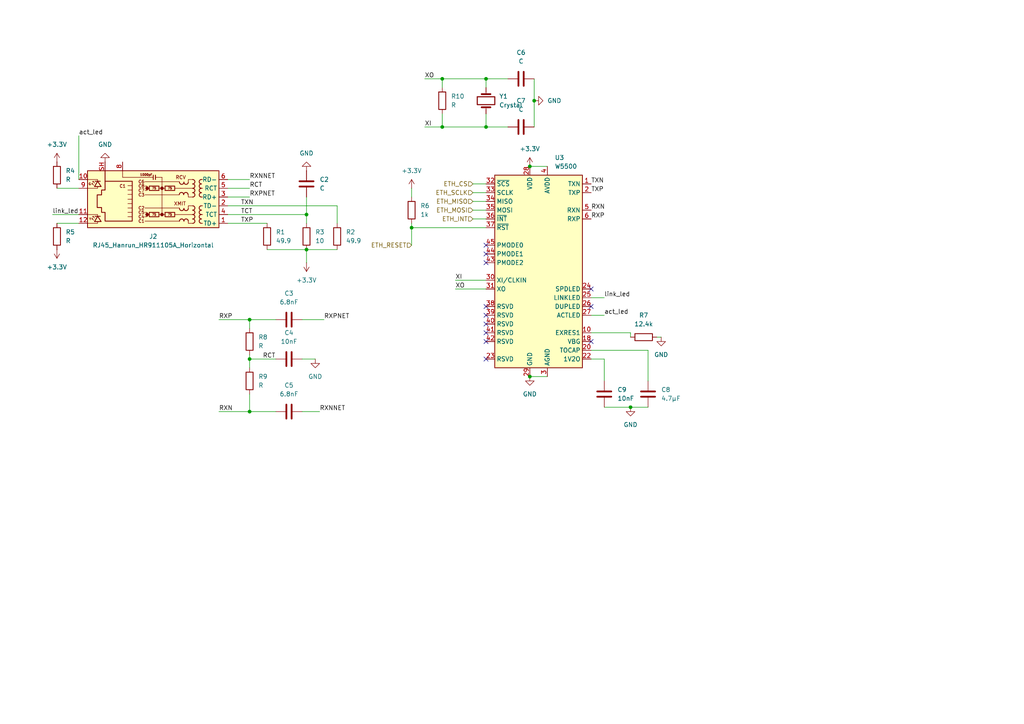
<source format=kicad_sch>
(kicad_sch (version 20250114) (generator "eeschema") (generator_version "9.0")
  (paper "A4")
  (lib_symbols
    (symbol "Connector:RJ45_Hanrun_HR911105A_Horizontal"
      (property "Reference" "J" (at 18.415 10.16 0))
      (property "Value" "RJ45_Hanrun_HR911105A_Horizontal" (at -19.05 10.16 0))
      (symbol "RJ45_Hanrun_HR911105A_Horizontal_0_0"
        (circle (center -1.27 5.08) (radius 0.0001) (stroke (width 0.508)))
        (polyline (pts (xy -1.27 5.08) (xy -1.27 -5.715)))
        (circle (center -1.27 -2.54) (radius 0.0001) (stroke (width 0.508)))
        (polyline (pts (xy 0.635 -5.08) (xy 0.635 -6.35)) (stroke (width 0.254)))
        (polyline (pts (xy 1.27 -5.08) (xy 1.27 -6.35)) (stroke (width 0.254)))
        (polyline (pts (xy 3.048 5.08) (xy 2.54 5.08)))
        (circle (center 3.048 5.08) (radius 0.0001) (stroke (width 0.508)))
        (polyline (pts (xy 3.048 -2.54) (xy 2.54 -2.54)))
        (circle (center 3.048 -2.54) (radius 0.0001) (stroke (width 0.508)))
        (polyline (pts (xy 3.683 5.715) (xy 3.048 5.715) (xy 3.048 4.445) (xy 3.683 4.445)))
        (polyline (pts (xy 3.683 -1.905) (xy 3.048 -1.905) (xy 3.048 -3.175) (xy 3.683 -3.175)))
        (polyline (pts (xy 17.399 7.112) (xy 17.399 7.62) (xy 20.32 7.62)))
        (polyline (pts (xy 17.399 -3.048) (xy 17.399 -2.54) (xy 20.32 -2.54)))
        (polyline (pts (xy 20.32 5.08) (xy 17.399 5.08) (xy 17.399 5.588)))
        (polyline (pts (xy 20.32 -5.08) (xy 17.399 -5.08) (xy 17.399 -4.572)))
        (text "XMIT" (at -8.255 1.905 0) (effects (font (size 1.016 1.016)) (justify left)))
        (text "RCV" (at -8.255 -5.715 0) (effects (font (size 1.016 1.016)) (justify left)))
        (text "C1" (at 4.699 6.985 0) (effects (font (size 0.889 0.889))))
        (text "C4" (at 4.699 5.715 0) (effects (font (size 0.889 0.889))))
        (text "C5" (at 4.699 4.445 0) (effects (font (size 0.889 0.889))))
        (text "C2" (at 4.699 3.175 0) (effects (font (size 0.889 0.889))))
        (text "C3" (at 4.699 -0.635 0) (effects (font (size 0.889 0.889))))
        (text "C7" (at 4.699 -1.905 0) (effects (font (size 0.889 0.889))))
        (text "C8" (at 4.699 -3.175 0) (effects (font (size 0.889 0.889))))
        (text "C6" (at 4.699 -4.445 0) (effects (font (size 0.889 0.889))))
        (text "C1" (at 10.16 -3.175 0) (effects (font (size 0.889 0.889))))
      )
      (symbol "RJ45_Hanrun_HR911105A_Horizontal_0_1"
        (rectangle (start -17.78 8.89) (end 20.32 -7.62) (stroke (width 0.254)) (fill (type background)))
        (polyline (pts (xy -12.7 7.62) (xy -13.081 7.62)))
        (polyline (pts (xy -12.7 5.08) (xy -13.081 5.08)))
        (polyline (pts (xy -12.7 2.54) (xy -13.081 2.54)))
        (polyline (pts (xy -12.7 0) (xy -13.081 0)))
        (polyline (pts (xy -12.7 -2.54) (xy -13.081 -2.54)))
        (polyline (pts (xy -12.7 -5.08) (xy -13.081 -5.08)))
        (polyline (pts (xy -10.16 7.62) (xy -8.89 7.62) (xy -8.89 6.985)))
        (polyline (pts (xy -10.16 0) (xy -8.89 0) (xy -8.89 -0.635)))
        (polyline (pts (xy -8.89 3.175) (xy -8.89 2.54) (xy -10.16 2.54)))
        (polyline (pts (xy -8.89 -4.445) (xy -8.89 -5.08) (xy -10.16 -5.08)))
        (polyline (pts (xy -6.35 6.985) (xy 3.683 6.985)))
        (polyline (pts (xy -6.35 3.175) (xy 3.683 3.175)))
        (polyline (pts (xy -6.35 -4.445) (xy 3.683 -4.445)))
        (polyline (pts (xy -6.223 -0.635) (xy 3.683 -0.635)))
        (polyline (pts (xy -5.08 -2.54) (xy -10.16 -2.54)))
        (polyline (pts (xy -4.953 5.08) (xy -10.16 5.08)))
        (polyline (pts (xy -2.159 5.08) (xy -0.381 5.08)))
        (polyline (pts (xy -2.159 -2.54) (xy -0.381 -2.54)))
        (polyline (pts (xy 0.635 -5.715) (xy -1.27 -5.715)))
        (polyline (pts (xy 7.366 3.175) (xy 8.636 3.175)))
        (polyline (pts (xy 7.366 1.905) (xy 8.636 1.905)))
        (polyline (pts (xy 7.366 0.635) (xy 8.636 0.635)))
        (polyline (pts (xy 7.366 -0.762) (xy 8.636 -0.762)))
        (polyline (pts (xy 7.366 -2.032) (xy 8.636 -2.032)))
        (polyline (pts (xy 8.636 5.715) (xy 7.366 5.715)))
        (polyline (pts (xy 8.636 4.445) (xy 7.366 4.445)))
        (polyline (pts (xy 8.636 -3.302) (xy 7.366 -3.302)))
        (polyline (pts (xy 10.16 -5.715) (xy 1.27 -5.715)))
        (polyline (pts (xy 10.16 -5.715) (xy 10.16 -7.62)))
      )
      (symbol "RJ45_Hanrun_HR911105A_Horizontal_1_0"
        (text "1000pF" (at 3.302 -6.477 0) (effects (font (size 0.635 0.635))))
      )
      (symbol "RJ45_Hanrun_HR911105A_Horizontal_1_1"
        (arc (start -12.7 0) (mid -12.0677 -0.635) (end -12.7 -1.27) (stroke (width 0.254)))
        (arc (start -12.6973 7.62) (mid -12.065 6.985) (end -12.6973 6.35) (stroke (width 0.254)))
        (arc (start -12.6973 -1.27) (mid -12.065 -1.905) (end -12.6973 -2.54) (stroke (width 0.254)))
        (arc (start -12.6973 -2.54) (mid -12.065 -3.175) (end -12.6973 -3.81) (stroke (width 0.254)))
        (arc (start -12.6973 -3.81) (mid -12.065 -4.445) (end -12.6973 -5.08) (stroke (width 0.254)))
        (arc (start -12.6946 6.35) (mid -12.0623 5.715) (end -12.6946 5.08) (stroke (width 0.254)))
        (arc (start -12.6946 5.08) (mid -12.0623 4.445) (end -12.6946 3.81) (stroke (width 0.254)))
        (arc (start -12.6946 3.81) (mid -12.0623 3.175) (end -12.6946 2.54) (stroke (width 0.254)))
        (arc (start -10.1654 6.35) (mid -10.7977 6.985) (end -10.1654 7.62) (stroke (width 0.254)))
        (arc (start -10.1654 5.08) (mid -10.7977 5.715) (end -10.1654 6.35) (stroke (width 0.254)))
        (arc (start -10.1654 3.81) (mid -10.7977 4.445) (end -10.1654 5.08) (stroke (width 0.254)))
        (arc (start -10.1654 -1.27) (mid -10.7977 -0.635) (end -10.1654 0) (stroke (width 0.254)))
        (arc (start -10.1654 -2.54) (mid -10.7977 -1.905) (end -10.1654 -1.27) (stroke (width 0.254)))
        (arc (start -10.1654 -3.81) (mid -10.7977 -3.175) (end -10.1654 -2.54) (stroke (width 0.254)))
        (arc (start -10.1627 2.54) (mid -10.795 3.175) (end -10.1627 3.81) (stroke (width 0.254)))
        (arc (start -10.1627 -5.08) (mid -10.795 -4.445) (end -10.1627 -3.81) (stroke (width 0.254)))
        (arc (start -7.62 6.9823) (mid -8.255 6.35) (end -8.89 6.9823) (stroke (width 0.254)))
        (arc (start -8.89 3.3047) (mid -8.255 3.937) (end -7.62 3.3047) (stroke (width 0.254)))
        (arc (start -8.89 -4.3153) (mid -8.255 -3.683) (end -7.62 -4.3153) (stroke (width 0.254)))
        (arc (start -7.5565 -0.7012) (mid -8.1915 -1.3335) (end -8.8265 -0.7012) (stroke (width 0.254)))
        (arc (start -6.35 6.985) (mid -6.985 6.3527) (end -7.62 6.985) (stroke (width 0.254)))
        (arc (start -7.62 3.3074) (mid -6.985 3.9397) (end -6.35 3.3074) (stroke (width 0.254)))
        (arc (start -7.62 -4.3126) (mid -6.985 -3.6803) (end -6.35 -4.3126) (stroke (width 0.254)))
        (arc (start -6.2865 -0.6985) (mid -6.9215 -1.3308) (end -7.5565 -0.6985) (stroke (width 0.254)))
        (rectangle (start -4.953 5.715) (end -2.159 4.445) (stroke (width 0.254)))
        (rectangle (start -4.953 -1.905) (end -2.159 -3.175) (stroke (width 0.254)))
        (rectangle (start -0.381 5.715) (end 2.413 4.445) (stroke (width 0.254)))
        (rectangle (start -0.381 -1.905) (end 2.413 -3.175) (stroke (width 0.254)))
        (polyline (pts (xy 7.366 -4.572) (xy 7.366 6.985) (xy 15.24 6.985) (xy 15.24 4.445) (xy 16.256 4.445) (xy 16.256 3.048) (xy 17.526 3.048) (xy 17.526 -0.635) (xy 16.256 -0.635) (xy 16.256 -2.032) (xy 15.24 -2.032) (xy 15.24 -4.572) (xy 7.366 -4.572)) (stroke (width 0.254)))
        (polyline (pts (xy 15.24 -7.62) (xy 15.24 -4.572)) (stroke (width 0.254)))
        (polyline (pts (xy 18.161 5.588) (xy 16.637 5.588)) (stroke (width 0.254)))
        (polyline (pts (xy 18.161 -4.572) (xy 16.637 -4.572)) (stroke (width 0.254)))
        (polyline (pts (xy 18.288 7.112) (xy 16.383 7.112) (xy 17.399 5.588) (xy 18.288 7.112)) (stroke (width 0.254)))
        (polyline (pts (xy 18.288 6.096) (xy 18.796 5.588) (xy 18.542 5.588)))
        (polyline (pts (xy 18.288 -3.048) (xy 16.383 -3.048) (xy 17.399 -4.572) (xy 18.288 -3.048)) (stroke (width 0.254)))
        (polyline (pts (xy 18.288 -4.064) (xy 18.796 -4.572) (xy 18.542 -4.572)))
        (polyline (pts (xy 18.542 6.731) (xy 19.05 6.223) (xy 18.796 6.223)))
        (polyline (pts (xy 18.542 -3.429) (xy 19.05 -3.937) (xy 18.796 -3.937)))
        (polyline (pts (xy 18.796 5.588) (xy 18.796 5.842)))
        (polyline (pts (xy 18.796 -4.572) (xy 18.796 -4.318)))
        (polyline (pts (xy 19.05 6.223) (xy 19.05 6.477)))
        (polyline (pts (xy 19.05 -3.937) (xy 19.05 -3.683)))
        (text "75" (at -3.556 5.08 0) (effects (font (size 0.635 0.635))))
        (text "75" (at -3.556 -2.54 0) (effects (font (size 0.635 0.635))))
        (text "75" (at 1.016 5.08 0) (effects (font (size 0.635 0.635))))
        (text "75" (at 1.016 -2.54 0) (effects (font (size 0.635 0.635))))
        (text "Y" (at 19.558 6.35 0) (effects (font (size 0.635 0.635))))
        (text "G" (at 19.685 -3.81 0) (effects (font (size 0.635 0.635))))
        (pin passive line (at -20.32 7.62 0) (length 2.54) (name "TD+") (number "1"))
        (pin passive line (at -20.32 5.08 0) (length 2.54) (name "TCT") (number "4"))
        (pin passive line (at -20.32 2.54 0) (length 2.54) (name "TD-") (number "2"))
        (pin passive line (at -20.32 0 0) (length 2.54) (name "RD+") (number "3"))
        (pin passive line (at -20.32 -2.54 0) (length 2.54) (name "RCT") (number "5"))
        (pin passive line (at -20.32 -5.08 0) (length 2.54) (name "RD-") (number "6"))
        (pin power_in line (at 10.16 -10.16 90) (length 2.54) (name "") (number "8"))
        (pin passive line (at 15.24 -10.16 90) (length 2.54) (name "") (number "SH"))
        (pin no_connect line (at 20.32 0 0) (length 0) (hide yes) (name "NC") (number "7"))
        (pin passive line (at 22.86 7.62 180) (length 2.54) (name "") (number "12"))
        (pin passive line (at 22.86 5.08 180) (length 2.54) (name "") (number "11"))
        (pin passive line (at 22.86 -2.54 180) (length 2.54) (name "") (number "9"))
        (pin passive line (at 22.86 -5.08 180) (length 2.54) (name "") (number "10"))
      )
    )
    (symbol "Device:C" (pin_numbers (hide yes)) (pin_names (offset 0.254))
      (property "Reference" "C" (at 0.635 2.54 0))
      (property "Value" "C" (at 0.635 -2.54 0))
      (symbol "C_0_1"
        (polyline (pts (xy -2.032 0.762) (xy 2.032 0.762)) (stroke (width 0.508)))
        (polyline (pts (xy -2.032 -0.762) (xy 2.032 -0.762)) (stroke (width 0.508)))
      )
      (symbol "C_1_1"
        (pin passive line (at 0 3.81 270) (length 2.794) (name "~") (number "1"))
        (pin passive line (at 0 -3.81 90) (length 2.794) (name "~") (number "2"))
      )
    )
    (symbol "Device:Crystal" (pin_numbers (hide yes)) (pin_names (offset 1.016) (hide yes))
      (property "Reference" "Y" (at 0 3.81 0))
      (property "Value" "Crystal" (at 0 -3.81 0))
      (symbol "Crystal_0_1"
        (polyline (pts (xy -2.54 0) (xy -1.905 0)))
        (polyline (pts (xy -1.905 -1.27) (xy -1.905 1.27)) (stroke (width 0.508)))
        (rectangle (start -1.143 2.54) (end 1.143 -2.54) (stroke (width 0.3048)))
        (polyline (pts (xy 1.905 -1.27) (xy 1.905 1.27)) (stroke (width 0.508)))
        (polyline (pts (xy 2.54 0) (xy 1.905 0)))
      )
      (symbol "Crystal_1_1"
        (pin passive line (at -3.81 0 0) (length 1.27) (name "1") (number "1"))
        (pin passive line (at 3.81 0 180) (length 1.27) (name "2") (number "2"))
      )
    )
    (symbol "Device:R" (pin_numbers (hide yes)) (pin_names (offset 0))
      (property "Reference" "R" (at 2.032 0 90))
      (property "Value" "R" (at 0 0 90))
      (symbol "R_0_1"
        (rectangle (start -1.016 -2.54) (end 1.016 2.54) (stroke (width 0.254)))
      )
      (symbol "R_1_1"
        (pin passive line (at 0 3.81 270) (length 1.27) (name "~") (number "1"))
        (pin passive line (at 0 -3.81 90) (length 1.27) (name "~") (number "2"))
      )
    )
    (symbol "Interface_Ethernet:W5500"
      (property "Reference" "U" (at -11.43 29.21 0))
      (property "Value" "W5500" (at 8.89 29.21 0))
      (symbol "W5500_0_1"
        (rectangle (start -12.7 27.94) (end 12.7 -27.94) (stroke (width 0.254)) (fill (type background)))
      )
      (symbol "W5500_1_1"
        (pin input line (at -15.24 25.4 0) (length 2.54) (name "~{SCS}") (number "32"))
        (pin input line (at -15.24 22.86 0) (length 2.54) (name "SCLK") (number "33"))
        (pin output line (at -15.24 20.32 0) (length 2.54) (name "MISO") (number "34"))
        (pin input line (at -15.24 17.78 0) (length 2.54) (name "MOSI") (number "35"))
        (pin input line (at -15.24 15.24 0) (length 2.54) (name "~{INT}") (number "36"))
        (pin input line (at -15.24 12.7 0) (length 2.54) (name "~{RST}") (number "37"))
        (pin input line (at -15.24 7.62 0) (length 2.54) (name "PMODE0") (number "45"))
        (pin input line (at -15.24 5.08 0) (length 2.54) (name "PMODE1") (number "44"))
        (pin input line (at -15.24 2.54 0) (length 2.54) (name "PMODE2") (number "43"))
        (pin input line (at -15.24 -2.54 0) (length 2.54) (name "XI/CLKIN") (number "30"))
        (pin output line (at -15.24 -5.08 0) (length 2.54) (name "XO") (number "31"))
        (pin input line (at -15.24 -10.16 0) (length 2.54) (name "RSVD") (number "38"))
        (pin input line (at -15.24 -12.7 0) (length 2.54) (name "RSVD") (number "39"))
        (pin input line (at -15.24 -15.24 0) (length 2.54) (name "RSVD") (number "40"))
        (pin input line (at -15.24 -17.78 0) (length 2.54) (name "RSVD") (number "41"))
        (pin input line (at -15.24 -20.32 0) (length 2.54) (name "RSVD") (number "42"))
        (pin input line (at -15.24 -25.4 0) (length 2.54) (name "RSVD") (number "23"))
        (pin power_in line (at -2.54 30.48 270) (length 2.54) (name "VDD") (number "28"))
        (pin power_in line (at -2.54 -30.48 90) (length 2.54) (name "GND") (number "29"))
        (pin passive line (at 2.54 30.48 270) (length 2.54) (hide yes) (name "AVDD") (number "11"))
        (pin passive line (at 2.54 30.48 270) (length 2.54) (hide yes) (name "AVDD") (number "15"))
        (pin passive line (at 2.54 30.48 270) (length 2.54) (hide yes) (name "AVDD") (number "17"))
        (pin passive line (at 2.54 30.48 270) (length 2.54) (hide yes) (name "AVDD") (number "21"))
        (pin power_in line (at 2.54 30.48 270) (length 2.54) (name "AVDD") (number "4"))
        (pin passive line (at 2.54 30.48 270) (length 2.54) (hide yes) (name "AVDD") (number "8"))
        (pin passive line (at 2.54 -30.48 90) (length 2.54) (hide yes) (name "AGND") (number "14"))
        (pin passive line (at 2.54 -30.48 90) (length 2.54) (hide yes) (name "AGND") (number "16"))
        (pin passive line (at 2.54 -30.48 90) (length 2.54) (hide yes) (name "AGND") (number "19"))
        (pin power_in line (at 2.54 -30.48 90) (length 2.54) (name "AGND") (number "3"))
        (pin passive line (at 2.54 -30.48 90) (length 2.54) (hide yes) (name "AGND") (number "48"))
        (pin passive line (at 2.54 -30.48 90) (length 2.54) (hide yes) (name "AGND") (number "9"))
        (pin no_connect line (at 12.7 10.16 180) (length 2.54) (hide yes) (name "DNC") (number "7"))
        (pin no_connect line (at 12.7 7.62 180) (length 2.54) (hide yes) (name "NC") (number "12"))
        (pin no_connect line (at 12.7 5.08 180) (length 2.54) (hide yes) (name "NC") (number "13"))
        (pin no_connect line (at 12.7 2.54 180) (length 2.54) (hide yes) (name "NC") (number "46"))
        (pin no_connect line (at 12.7 0 180) (length 2.54) (hide yes) (name "NC") (number "47"))
        (pin output line (at 15.24 25.4 180) (length 2.54) (name "TXN") (number "1"))
        (pin output line (at 15.24 22.86 180) (length 2.54) (name "TXP") (number "2"))
        (pin input line (at 15.24 17.78 180) (length 2.54) (name "RXN") (number "5"))
        (pin input line (at 15.24 15.24 180) (length 2.54) (name "RXP") (number "6"))
        (pin output line (at 15.24 -5.08 180) (length 2.54) (name "SPDLED") (number "24"))
        (pin output line (at 15.24 -7.62 180) (length 2.54) (name "LINKLED") (number "25"))
        (pin output line (at 15.24 -10.16 180) (length 2.54) (name "DUPLED") (number "26"))
        (pin output line (at 15.24 -12.7 180) (length 2.54) (name "ACTLED") (number "27"))
        (pin passive line (at 15.24 -17.78 180) (length 2.54) (name "EXRES1") (number "10"))
        (pin passive line (at 15.24 -20.32 180) (length 2.54) (name "VBG") (number "18"))
        (pin passive line (at 15.24 -22.86 180) (length 2.54) (name "TOCAP") (number "20"))
        (pin output line (at 15.24 -25.4 180) (length 2.54) (name "1V2O") (number "22"))
      )
    )
    (symbol "power:+3.3V" (power) (pin_numbers (hide yes)) (pin_names (offset 0) (hide yes))
      (property "Value" "+3.3V" (at 0 3.556 0))
      (symbol "+3.3V_0_1"
        (polyline (pts (xy -0.762 1.27) (xy 0 2.54)))
        (polyline (pts (xy 0 2.54) (xy 0.762 1.27)))
        (polyline (pts (xy 0 0) (xy 0 2.54)))
      )
      (symbol "+3.3V_1_1"
        (pin power_in line (at 0 0 90) (length 0) (name "~") (number "1"))
      )
    )
    (symbol "power:GND" (power) (pin_numbers (hide yes)) (pin_names (offset 0) (hide yes))
      (property "Value" "GND" (at 0 -3.81 0))
      (symbol "GND_0_1"
        (polyline (pts (xy 0 0) (xy 0 -1.27) (xy 1.27 -1.27) (xy 0 -2.54) (xy -1.27 -1.27) (xy 0 -1.27)))
      )
      (symbol "GND_1_1"
        (pin power_in line (at 0 0 270) (length 0) (name "~") (number "1"))
      )
    )
  )
  (junction (at 182.88 118.11))
  (junction (at 88.9 72.39))
  (junction (at 119.38 66.04))
  (junction (at 140.97 22.86))
  (junction (at 88.9 62.23))
  (junction (at 154.94 29.21))
  (junction (at 140.97 36.83))
  (junction (at 153.67 109.22))
  (junction (at 72.39 104.14))
  (junction (at 153.67 48.26))
  (junction (at 128.27 22.86))
  (junction (at 128.27 36.83))
  (junction (at 72.39 92.71))
  (junction (at 72.39 119.38))
  (no_connect (at 140.97 104.14))
  (no_connect (at 140.97 73.66))
  (no_connect (at 140.97 96.52))
  (no_connect (at 140.97 91.44))
  (no_connect (at 140.97 93.98))
  (no_connect (at 140.97 71.12))
  (no_connect (at 140.97 88.9))
  (no_connect (at 171.45 83.82))
  (no_connect (at 171.45 99.06))
  (no_connect (at 140.97 99.06))
  (no_connect (at 171.45 88.9))
  (no_connect (at 140.97 76.2))
  (wire (pts (xy 80.01 104.14) (xy 72.39 104.14)))
  (wire (pts (xy 191.77 97.79) (xy 190.5 97.79)))
  (wire (pts (xy 119.38 54.61) (xy 119.38 57.15)))
  (wire (pts (xy 187.96 101.6) (xy 187.96 110.49)))
  (wire (pts (xy 175.26 104.14) (xy 175.26 110.49)))
  (wire (pts (xy 119.38 66.04) (xy 140.97 66.04)))
  (wire (pts (xy 72.39 102.87) (xy 72.39 104.14)))
  (wire (pts (xy 147.32 36.83) (xy 140.97 36.83)))
  (wire (pts (xy 119.38 71.12) (xy 119.38 66.04)))
  (wire (pts (xy 66.04 64.77) (xy 77.47 64.77)))
  (wire (pts (xy 63.5 92.71) (xy 72.39 92.71)))
  (wire (pts (xy 72.39 95.25) (xy 72.39 92.71)))
  (wire (pts (xy 182.88 96.52) (xy 171.45 96.52)))
  (wire (pts (xy 175.26 86.36) (xy 171.45 86.36)))
  (wire (pts (xy 66.04 54.61) (xy 72.39 54.61)))
  (wire (pts (xy 88.9 62.23) (xy 88.9 64.77)))
  (wire (pts (xy 88.9 72.39) (xy 97.79 72.39)))
  (wire (pts (xy 153.67 48.26) (xy 158.75 48.26)))
  (wire (pts (xy 97.79 59.69) (xy 97.79 64.77)))
  (wire (pts (xy 140.97 22.86) (xy 147.32 22.86)))
  (wire (pts (xy 87.63 92.71) (xy 93.98 92.71)))
  (wire (pts (xy 128.27 33.02) (xy 128.27 36.83)))
  (wire (pts (xy 72.39 92.71) (xy 80.01 92.71)))
  (wire (pts (xy 132.08 81.28) (xy 140.97 81.28)))
  (wire (pts (xy 137.16 63.5) (xy 140.97 63.5)))
  (wire (pts (xy 88.9 57.15) (xy 88.9 62.23)))
  (wire (pts (xy 137.16 58.42) (xy 140.97 58.42)))
  (wire (pts (xy 119.38 66.04) (xy 119.38 64.77)))
  (wire (pts (xy 123.19 22.86) (xy 128.27 22.86)))
  (wire (pts (xy 15.24 62.23) (xy 22.86 62.23)))
  (wire (pts (xy 77.47 72.39) (xy 88.9 72.39)))
  (wire (pts (xy 171.45 104.14) (xy 175.26 104.14)))
  (wire (pts (xy 137.16 60.96) (xy 140.97 60.96)))
  (wire (pts (xy 171.45 91.44) (xy 175.26 91.44)))
  (wire (pts (xy 22.86 52.07) (xy 22.86 39.37)))
  (wire (pts (xy 92.71 119.38) (xy 87.63 119.38)))
  (wire (pts (xy 171.45 101.6) (xy 187.96 101.6)))
  (wire (pts (xy 66.04 59.69) (xy 97.79 59.69)))
  (wire (pts (xy 72.39 114.3) (xy 72.39 119.38)))
  (wire (pts (xy 154.94 29.21) (xy 154.94 36.83)))
  (wire (pts (xy 137.16 53.34) (xy 140.97 53.34)))
  (wire (pts (xy 128.27 22.86) (xy 140.97 22.86)))
  (wire (pts (xy 128.27 22.86) (xy 128.27 25.4)))
  (wire (pts (xy 66.04 57.15) (xy 72.39 57.15)))
  (wire (pts (xy 182.88 97.79) (xy 182.88 96.52)))
  (wire (pts (xy 140.97 25.4) (xy 140.97 22.86)))
  (wire (pts (xy 123.19 36.83) (xy 128.27 36.83)))
  (wire (pts (xy 66.04 52.07) (xy 72.39 52.07)))
  (wire (pts (xy 132.08 83.82) (xy 140.97 83.82)))
  (wire (pts (xy 16.51 64.77) (xy 22.86 64.77)))
  (wire (pts (xy 154.94 22.86) (xy 154.94 29.21)))
  (wire (pts (xy 88.9 72.39) (xy 88.9 76.2)))
  (wire (pts (xy 80.01 119.38) (xy 72.39 119.38)))
  (wire (pts (xy 128.27 36.83) (xy 140.97 36.83)))
  (wire (pts (xy 66.04 62.23) (xy 88.9 62.23)))
  (wire (pts (xy 87.63 104.14) (xy 91.44 104.14)))
  (wire (pts (xy 63.5 119.38) (xy 72.39 119.38)))
  (wire (pts (xy 16.51 54.61) (xy 22.86 54.61)))
  (wire (pts (xy 182.88 118.11) (xy 187.96 118.11)))
  (wire (pts (xy 175.26 118.11) (xy 182.88 118.11)))
  (wire (pts (xy 153.67 109.22) (xy 158.75 109.22)))
  (wire (pts (xy 72.39 104.14) (xy 72.39 106.68)))
  (wire (pts (xy 140.97 33.02) (xy 140.97 36.83)))
  (wire (pts (xy 137.16 55.88) (xy 140.97 55.88)))
  (label "TXN" (at 171.45 53.34 0))
  (label "XI" (at 132.08 81.28 0))
  (label "RCT" (at 72.39 54.61 0))
  (label "TXP" (at 171.45 55.88 0))
  (label "RXP" (at 63.5 92.71 0))
  (label "RXNNET" (at 72.39 52.07 0))
  (label "act_led" (at 175.26 91.44 0))
  (label "RXPNET" (at 72.39 57.15 0))
  (label "TXN" (at 69.85 59.69 0))
  (label "RXPNET" (at 93.98 92.71 0))
  (label "TCT" (at 69.85 62.23 0))
  (label "RXN" (at 171.45 60.96 0))
  (label "XI" (at 123.19 36.83 0))
  (label "XO" (at 132.08 83.82 0))
  (label "RXN" (at 63.5 119.38 0))
  (label "XO" (at 123.19 22.86 0))
  (label "link_led" (at 15.24 62.23 0))
  (label "RCT" (at 76.2 104.14 0))
  (label "TXP" (at 69.85 64.77 0))
  (label "act_led" (at 22.86 39.37 0))
  (label "RXP" (at 171.45 63.5 0))
  (label "RXNNET" (at 92.71 119.38 0))
  (label "link_led" (at 175.26 86.36 0))
  (hierarchical_label "ETH_CS" (shape input) (at 137.16 53.34 180))
  (hierarchical_label "ETH_RESET" (shape input) (at 119.38 71.12 180))
  (hierarchical_label "ETH_INT" (shape input) (at 137.16 63.5 180))
  (hierarchical_label "ETH_MISO" (shape input) (at 137.16 58.42 180))
  (hierarchical_label "ETH_MOSI" (shape input) (at 137.16 60.96 180))
  (hierarchical_label "ETH_SCLK" (shape input) (at 137.16 55.88 180))
  (symbol (lib_id "Device:C") (at 83.82 104.14 270) (unit 1)
    (property "Reference" "C4" (at 83.82 96.52 90))
    (property "Value" "10nF" (at 83.82 99.06 90))
    (property "Footprint" "Capacitor_SMD:C_0805_2012Metric" (effects (hide yes)))
    (property "Description" "Unpolarized capacitor" (effects (hide yes)))
  )
  (symbol (lib_id "Device:R") (at 186.69 97.79 90) (unit 1)
    (property "Reference" "R7" (at 186.69 91.44 90))
    (property "Value" "12.4k" (at 186.69 93.98 90))
    (property "Footprint" "Resistor_SMD:R_0805_2012Metric" (effects (hide yes)))
    (property "Description" "Resistor" (effects (hide yes)))
  )
  (symbol (lib_id "Device:Crystal") (at 140.97 29.21 90) (unit 1)
    (property "Reference" "Y1" (at 144.78 27.9399 90) (effects (justify right)))
    (property "Value" "Crystal" (at 144.78 30.4799 90) (effects (justify right)))
    (property "Description" "Two pin crystal" (effects (hide yes)))
  )
  (symbol (lib_id "Device:C") (at 83.82 119.38 90) (unit 1)
    (property "Reference" "C5" (at 83.82 111.76 90))
    (property "Value" "6.8nF" (at 83.82 114.3 90))
    (property "Footprint" "Capacitor_SMD:C_0805_2012Metric" (effects (hide yes)))
    (property "Description" "Unpolarized capacitor" (effects (hide yes)))
  )
  (symbol (lib_id "Device:C") (at 175.26 114.3 0) (unit 1)
    (property "Reference" "C9" (at 179.07 113.0299 0) (effects (justify left)))
    (property "Value" "10nF" (at 179.07 115.5699 0) (effects (justify left)))
    (property "Footprint" "Capacitor_SMD:C_0805_2012Metric" (effects (hide yes)))
    (property "Description" "Unpolarized capacitor" (effects (hide yes)))
  )
  (symbol (lib_id "Device:C") (at 88.9 53.34 0) (unit 1)
    (property "Reference" "C2" (at 92.71 52.0699 0) (effects (justify left)))
    (property "Value" "C" (at 92.71 54.6099 0) (effects (justify left)))
    (property "Footprint" "Capacitor_SMD:C_0805_2012Metric" (effects (hide yes)))
    (property "Description" "Unpolarized capacitor" (effects (hide yes)))
  )
  (symbol (lib_id "Device:R") (at 97.79 68.58 0) (unit 1)
    (property "Reference" "R2" (at 100.33 67.3099 0) (effects (justify left)))
    (property "Value" "49.9" (at 100.33 69.8499 0) (effects (justify left)))
    (property "Footprint" "Resistor_SMD:R_0805_2012Metric" (effects (hide yes)))
    (property "Description" "Resistor" (effects (hide yes)))
  )
  (symbol (lib_id "power:GND") (at 153.67 109.22 0) (unit 1)
    (property "Reference" "#PWR07" (effects (hide yes)))
    (property "Value" "GND" (at 153.67 114.3 0))
    (property "Description" "Power symbol creates a global label with name \"GND\" , ground" (effects (hide yes)))
  )
  (symbol (lib_id "Device:R") (at 77.47 68.58 0) (unit 1)
    (property "Reference" "R1" (at 80.01 67.3099 0) (effects (justify left)))
    (property "Value" "49.9" (at 80.01 69.8499 0) (effects (justify left)))
    (property "Footprint" "Resistor_SMD:R_0805_2012Metric" (effects (hide yes)))
    (property "Description" "Resistor" (effects (hide yes)))
  )
  (symbol (lib_id "Device:R") (at 88.9 68.58 0) (unit 1)
    (property "Reference" "R3" (at 91.44 67.3099 0) (effects (justify left)))
    (property "Value" "10" (at 91.44 69.8499 0) (effects (justify left)))
    (property "Footprint" "Resistor_SMD:R_0805_2012Metric" (effects (hide yes)))
    (property "Description" "Resistor" (effects (hide yes)))
  )
  (symbol (lib_id "Device:C") (at 83.82 92.71 90) (unit 1)
    (property "Reference" "C3" (at 83.82 85.09 90))
    (property "Value" "6.8nF" (at 83.82 87.63 90))
    (property "Footprint" "Capacitor_SMD:C_0805_2012Metric" (effects (hide yes)))
    (property "Description" "Unpolarized capacitor" (effects (hide yes)))
  )
  (symbol (lib_id "power:GND") (at 182.88 118.11 0) (unit 1)
    (property "Reference" "#PWR018" (effects (hide yes)))
    (property "Value" "GND" (at 182.88 123.19 0))
    (property "Description" "Power symbol creates a global label with name \"GND\" , ground" (effects (hide yes)))
  )
  (symbol (lib_id "Device:R") (at 119.38 60.96 0) (unit 1)
    (property "Reference" "R6" (at 121.92 59.6899 0) (effects (justify left)))
    (property "Value" "1k" (at 121.92 62.2299 0) (effects (justify left)))
    (property "Footprint" "Resistor_SMD:R_0805_2012Metric" (effects (hide yes)))
    (property "Description" "Resistor" (effects (hide yes)))
  )
  (symbol (lib_id "Interface_Ethernet:W5500") (at 156.21 78.74 0) (unit 1)
    (property "Reference" "U3" (at 160.8933 45.72 0) (effects (justify left)))
    (property "Value" "W5500" (at 160.8933 48.26 0) (effects (justify left)))
    (property "Footprint" "Package_QFP:LQFP-48_7x7mm_P0.5mm" (effects (hide yes)))
    (property "Datasheet" "http://wizwiki.net/wiki/lib/exe/fetch.php/products:w5500:w5500_ds_v109e.pdf" (effects (hide yes)))
    (property "Description" "10/100Mb SPI Ethernet controller with TCP/IP stack, LQFP-48" (effects (hide yes)))
  )
  (symbol (lib_id "power:+3.3V") (at 16.51 72.39 180) (unit 1)
    (property "Reference" "#PWR012" (effects (hide yes)))
    (property "Value" "+3.3V" (at 16.51 77.47 0))
    (property "Description" "Power symbol creates a global label with name \"+3.3V\"" (effects (hide yes)))
  )
  (symbol (lib_id "Device:C") (at 187.96 114.3 0) (unit 1)
    (property "Reference" "C8" (at 191.77 113.0299 0) (effects (justify left)))
    (property "Value" "4.7µF" (at 191.77 115.5699 0) (effects (justify left)))
    (property "Footprint" "Capacitor_SMD:C_0805_2012Metric" (effects (hide yes)))
    (property "Description" "Unpolarized capacitor" (effects (hide yes)))
  )
  (symbol (lib_id "power:+3.3V") (at 119.38 54.61 0) (unit 1)
    (property "Reference" "#PWR013" (effects (hide yes)))
    (property "Value" "+3.3V" (at 119.38 49.53 0))
    (property "Description" "Power symbol creates a global label with name \"+3.3V\"" (effects (hide yes)))
  )
  (symbol (lib_id "power:GND") (at 191.77 97.79 0) (unit 1)
    (property "Reference" "#PWR014" (effects (hide yes)))
    (property "Value" "GND" (at 191.77 102.87 0))
    (property "Description" "Power symbol creates a global label with name \"GND\" , ground" (effects (hide yes)))
  )
  (symbol (lib_id "Device:R") (at 16.51 50.8 0) (unit 1)
    (property "Reference" "R4" (at 19.05 49.5299 0) (effects (justify left)))
    (property "Value" "R" (at 19.05 52.0699 0) (effects (justify left)))
    (property "Footprint" "Resistor_SMD:R_0805_2012Metric" (effects (hide yes)))
    (property "Description" "Resistor" (effects (hide yes)))
  )
  (symbol (lib_id "Device:R") (at 72.39 99.06 0) (unit 1)
    (property "Reference" "R8" (at 74.93 97.7899 0) (effects (justify left)))
    (property "Value" "R" (at 74.93 100.3299 0) (effects (justify left)))
    (property "Footprint" "Resistor_SMD:R_0805_2012Metric" (effects (hide yes)))
    (property "Description" "Resistor" (effects (hide yes)))
  )
  (symbol (lib_id "power:+3.3V") (at 153.67 48.26 0) (unit 1)
    (property "Reference" "#PWR08" (effects (hide yes)))
    (property "Value" "+3.3V" (at 153.67 43.18 0))
    (property "Description" "Power symbol creates a global label with name \"+3.3V\"" (effects (hide yes)))
  )
  (symbol (lib_id "power:+3.3V") (at 88.9 76.2 180) (unit 1)
    (property "Reference" "#PWR09" (effects (hide yes)))
    (property "Value" "+3.3V" (at 88.9 81.28 0))
    (property "Description" "Power symbol creates a global label with name \"+3.3V\"" (effects (hide yes)))
  )
  (symbol (lib_id "Device:R") (at 128.27 29.21 0) (unit 1)
    (property "Reference" "R10" (at 130.81 27.9399 0) (effects (justify left)))
    (property "Value" "R" (at 130.81 30.4799 0) (effects (justify left)))
    (property "Footprint" "Resistor_SMD:R_0805_2012Metric" (effects (hide yes)))
    (property "Description" "Resistor" (effects (hide yes)))
  )
  (symbol (lib_id "power:GND") (at 154.94 29.21 90) (unit 1)
    (property "Reference" "#PWR017" (effects (hide yes)))
    (property "Value" "GND" (at 158.75 29.2099 90) (effects (justify right)))
    (property "Description" "Power symbol creates a global label with name \"GND\" , ground" (effects (hide yes)))
  )
  (symbol (lib_id "power:+3.3V") (at 16.51 46.99 0) (unit 1)
    (property "Reference" "#PWR011" (effects (hide yes)))
    (property "Value" "+3.3V" (at 16.51 41.91 0))
    (property "Description" "Power symbol creates a global label with name \"+3.3V\"" (effects (hide yes)))
  )
  (symbol (lib_id "Device:C") (at 151.13 22.86 270) (unit 1)
    (property "Reference" "C6" (at 151.13 15.24 90))
    (property "Value" "C" (at 151.13 17.78 90))
    (property "Footprint" "Capacitor_SMD:C_0805_2012Metric" (effects (hide yes)))
    (property "Description" "Unpolarized capacitor" (effects (hide yes)))
  )
  (symbol (lib_id "power:GND") (at 91.44 104.14 0) (unit 1)
    (property "Reference" "#PWR015" (effects (hide yes)))
    (property "Value" "GND" (at 91.44 109.22 0))
    (property "Description" "Power symbol creates a global label with name \"GND\" , ground" (effects (hide yes)))
  )
  (symbol (lib_id "Device:C") (at 151.13 36.83 270) (unit 1)
    (property "Reference" "C7" (at 151.13 29.21 90))
    (property "Value" "C" (at 151.13 31.75 90))
    (property "Footprint" "Capacitor_SMD:C_0805_2012Metric" (effects (hide yes)))
    (property "Description" "Unpolarized capacitor" (effects (hide yes)))
  )
  (symbol (lib_id "power:GND") (at 88.9 49.53 180) (unit 1)
    (property "Reference" "#PWR010" (effects (hide yes)))
    (property "Value" "GND" (at 88.9 44.45 0))
    (property "Description" "Power symbol creates a global label with name \"GND\" , ground" (effects (hide yes)))
  )
  (symbol (lib_id "power:GND") (at 30.48 46.99 180) (unit 1)
    (property "Reference" "#PWR016" (effects (hide yes)))
    (property "Value" "GND" (at 30.48 41.91 0))
    (property "Description" "Power symbol creates a global label with name \"GND\" , ground" (effects (hide yes)))
  )
  (symbol (lib_id "Connector:RJ45_Hanrun_HR911105A_Horizontal") (at 45.72 57.15 180) (unit 1)
    (property "Reference" "J2" (at 44.45 68.58 0))
    (property "Value" "RJ45_Hanrun_HR911105A_Horizontal" (at 44.45 71.12 0))
    (property "Footprint" "Connector_RJ:RJ45_Hanrun_HR911105A_Horizontal" (effects (hide yes)))
    (property "Datasheet" "https://datasheet.lcsc.com/lcsc/1811141815_HANRUN-Zhongshan-HanRun-Elec-HR911105A_C12074.pdf" (effects (hide yes)))
    (property "Description" "1 Port RJ45 Magjack Connector Through Hole 10/100 Base-T, AutoMDIX" (effects (hide yes)))
  )
  (symbol (lib_id "Device:R") (at 72.39 110.49 0) (unit 1)
    (property "Reference" "R9" (at 74.93 109.2199 0) (effects (justify left)))
    (property "Value" "R" (at 74.93 111.7599 0) (effects (justify left)))
    (property "Footprint" "Resistor_SMD:R_0805_2012Metric" (effects (hide yes)))
    (property "Description" "Resistor" (effects (hide yes)))
  )
  (symbol (lib_id "Device:R") (at 16.51 68.58 0) (unit 1)
    (property "Reference" "R5" (at 19.05 67.3099 0) (effects (justify left)))
    (property "Value" "R" (at 19.05 69.8499 0) (effects (justify left)))
    (property "Footprint" "Resistor_SMD:R_0805_2012Metric" (effects (hide yes)))
    (property "Description" "Resistor" (effects (hide yes)))
  )
)
</source>
